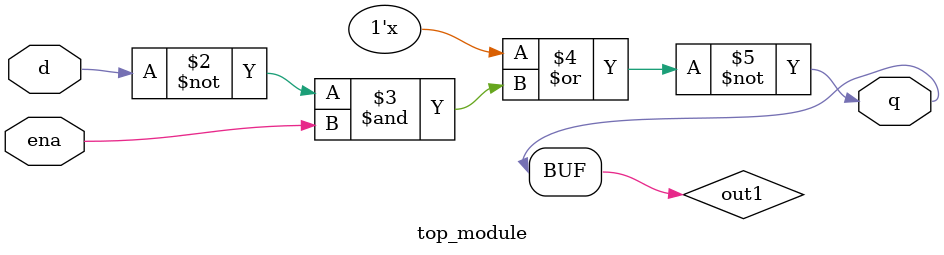
<source format=v>

module top_module (
    input d, 
    input ena,
    output q);
    wire in,out1,out2;
    always @(*) begin
        out1 = ~(out2 | (~d)&ena);
        out2 = ~(out1 | d&ena);
        q = out1;
    end
endmodule


</source>
